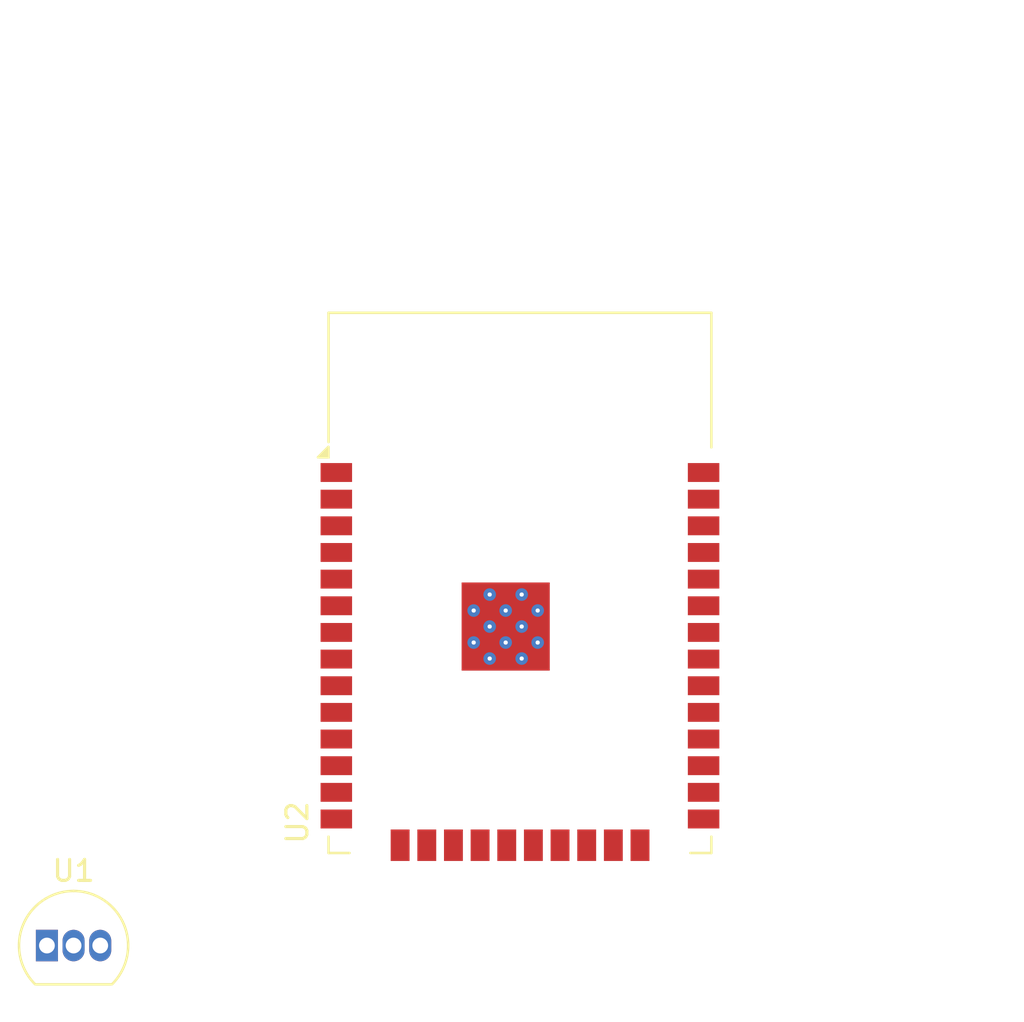
<source format=kicad_pcb>
(kicad_pcb (version 20241229) (generator "pcbnew") (generator_version "9.0")
  (layers (0 "F.Cu" signal) (2 "B.Cu" signal) (13 "F.Paste" user) (15 "B.Paste" user) (5 "F.SilkS" user "F.Silkscreen") (7 "B.SilkS" user "B.Silkscreen") (1 "F.Mask" user) (3 "B.Mask" user) (25 "Edge.Cuts" user))
  (net 0 "")
  (net 1 "Net-(U1-DQ)")
  (net 2 "VCC")
  (net 3 "GND")
  (net 7 "Net-(U2-GND-Pad1)")
  (net 11 "Net-(J1-Pin_2)")
  (footprint "Package_TO_SOT_THT:TO-92_Inline" (layer "F.Cu") (at 142.71 96.53)
    (property "Reference" "U1" (at 1.27 -3.56 0) (layer "F.SilkS"))
    (property "Value" "DS18B20")
    (fp_line (start -0.53 1.85) (end 3.07 1.85) (stroke (width 0.12)) (layer "F.SilkS"))
    (fp_arc (start -0.568478 1.838478) (mid -1.132087 -0.994977) (end 1.27 -2.6) (stroke (width 0.12)) (layer "F.SilkS"))
    (fp_arc (start 1.27 -2.6) (mid 3.672087 -0.994977) (end 3.108478 1.838478) (stroke (width 0.12)) (layer "F.SilkS"))
    (pad "1" thru_hole rect (at 0 0) (size 1.05 1.5) (drill 0.75) (layers "*.Cu" "*.Mask") (net 3 "GND"))
    (pad "2" thru_hole oval (at 1.27 0) (size 1.05 1.5) (drill 0.75) (layers "*.Cu" "*.Mask") (net 1 "Net-(U1-DQ)"))
    (pad "3" thru_hole oval (at 2.54 0) (size 1.05 1.5) (drill 0.75) (layers "*.Cu" "*.Mask") (net 2 "VCC"))
  )
  (footprint "RF_Module:ESP32-WROOM-32" (layer "F.Cu") (at 165.25 82.24)
    (property "Reference" "U2" (at -10.61 8.43 90) (layer "F.SilkS"))
    (property "Value" "ESP32-WROOM-32")
    (fp_line (start -9.12 -15.86) (end -9.12 -9.7) (stroke (width 0.12)) (layer "F.SilkS"))
    (fp_line (start -9.12 -15.86) (end 9.12 -15.86) (stroke (width 0.12)) (layer "F.SilkS"))
    (fp_line (start -9.12 9.1) (end -9.12 9.88) (stroke (width 0.12)) (layer "F.SilkS"))
    (fp_line (start -9.12 9.88) (end -8.12 9.88) (stroke (width 0.12)) (layer "F.SilkS"))
    (fp_line (start 9.12 -15.86) (end 9.12 -9.445) (stroke (width 0.12)) (layer "F.SilkS"))
    (fp_line (start 9.12 9.1) (end 9.12 9.88) (stroke (width 0.12)) (layer "F.SilkS"))
    (fp_line (start 9.12 9.88) (end 8.12 9.88) (stroke (width 0.12)) (layer "F.SilkS"))
    (fp_poly (pts (xy -9.125 -8.975) (xy -9.625 -8.975) (xy -9.125 -9.475) (xy -9.125 -8.975)) (stroke (width 0.12)) (fill yes) (layer "F.SilkS"))
    (pad "1" smd rect (at -8.75 -8.25) (size 1.5 0.9) (layers "F.Cu" "F.Mask" "F.Paste") (net 7 "Net-(U2-GND-Pad1)"))
    (pad "2" smd rect (at -8.75 -6.98) (size 1.5 0.9) (layers "F.Cu" "F.Mask" "F.Paste"))
    (pad "3" smd rect (at -8.75 -5.71) (size 1.5 0.9) (layers "F.Cu" "F.Mask" "F.Paste"))
    (pad "4" smd rect (at -8.75 -4.44) (size 1.5 0.9) (layers "F.Cu" "F.Mask" "F.Paste"))
    (pad "5" smd rect (at -8.75 -3.17) (size 1.5 0.9) (layers "F.Cu" "F.Mask" "F.Paste"))
    (pad "6" smd rect (at -8.75 -1.9) (size 1.5 0.9) (layers "F.Cu" "F.Mask" "F.Paste"))
    (pad "7" smd rect (at -8.75 -0.63) (size 1.5 0.9) (layers "F.Cu" "F.Mask" "F.Paste"))
    (pad "8" smd rect (at -8.75 0.64) (size 1.5 0.9) (layers "F.Cu" "F.Mask" "F.Paste"))
    (pad "9" smd rect (at -8.75 1.91) (size 1.5 0.9) (layers "F.Cu" "F.Mask" "F.Paste"))
    (pad "10" smd rect (at -8.75 3.18) (size 1.5 0.9) (layers "F.Cu" "F.Mask" "F.Paste"))
    (pad "11" smd rect (at -8.75 4.45) (size 1.5 0.9) (layers "F.Cu" "F.Mask" "F.Paste"))
    (pad "12" smd rect (at -8.75 5.72) (size 1.5 0.9) (layers "F.Cu" "F.Mask" "F.Paste"))
    (pad "13" smd rect (at -8.75 6.99) (size 1.5 0.9) (layers "F.Cu" "F.Mask" "F.Paste") (net 11 "Net-(J1-Pin_2)"))
    (pad "14" smd rect (at -8.75 8.26) (size 1.5 0.9) (layers "F.Cu" "F.Mask" "F.Paste") (net 1 "Net-(U1-DQ)"))
    (pad "15" smd rect (at -5.71 9.51 90) (size 1.5 0.9) (layers "F.Cu" "F.Mask" "F.Paste") (net 7 "Net-(U2-GND-Pad1)"))
    (pad "16" smd rect (at -4.44 9.51 90) (size 1.5 0.9) (layers "F.Cu" "F.Mask" "F.Paste"))
    (pad "17" smd rect (at -3.17 9.51 90) (size 1.5 0.9) (layers "F.Cu" "F.Mask" "F.Paste"))
    (pad "18" smd rect (at -1.9 9.51 90) (size 1.5 0.9) (layers "F.Cu" "F.Mask" "F.Paste"))
    (pad "19" smd rect (at -0.63 9.51 90) (size 1.5 0.9) (layers "F.Cu" "F.Mask" "F.Paste"))
    (pad "20" smd rect (at 0.64 9.51 90) (size 1.5 0.9) (layers "F.Cu" "F.Mask" "F.Paste"))
    (pad "21" smd rect (at 1.91 9.51 90) (size 1.5 0.9) (layers "F.Cu" "F.Mask" "F.Paste"))
    (pad "22" smd rect (at 3.18 9.51 90) (size 1.5 0.9) (layers "F.Cu" "F.Mask" "F.Paste"))
    (pad "23" smd rect (at 4.45 9.51 90) (size 1.5 0.9) (layers "F.Cu" "F.Mask" "F.Paste"))
    (pad "24" smd rect (at 5.72 9.51 90) (size 1.5 0.9) (layers "F.Cu" "F.Mask" "F.Paste"))
    (pad "25" smd rect (at 8.75 8.26) (size 1.5 0.9) (layers "F.Cu" "F.Mask" "F.Paste"))
    (pad "26" smd rect (at 8.75 6.99) (size 1.5 0.9) (layers "F.Cu" "F.Mask" "F.Paste"))
    (pad "27" smd rect (at 8.75 5.72) (size 1.5 0.9) (layers "F.Cu" "F.Mask" "F.Paste"))
    (pad "28" smd rect (at 8.75 4.45) (size 1.5 0.9) (layers "F.Cu" "F.Mask" "F.Paste"))
    (pad "29" smd rect (at 8.75 3.18) (size 1.5 0.9) (layers "F.Cu" "F.Mask" "F.Paste"))
    (pad "30" smd rect (at 8.75 1.91) (size 1.5 0.9) (layers "F.Cu" "F.Mask" "F.Paste"))
    (pad "31" smd rect (at 8.75 0.64) (size 1.5 0.9) (layers "F.Cu" "F.Mask" "F.Paste"))
    (pad "32" smd rect (at 8.75 -0.63) (size 1.5 0.9) (layers "F.Cu" "F.Mask" "F.Paste"))
    (pad "33" smd rect (at 8.75 -1.9) (size 1.5 0.9) (layers "F.Cu" "F.Mask" "F.Paste"))
    (pad "34" smd rect (at 8.75 -3.17) (size 1.5 0.9) (layers "F.Cu" "F.Mask" "F.Paste"))
    (pad "35" smd rect (at 8.75 -4.44) (size 1.5 0.9) (layers "F.Cu" "F.Mask" "F.Paste"))
    (pad "36" smd rect (at 8.75 -5.71) (size 1.5 0.9) (layers "F.Cu" "F.Mask" "F.Paste"))
    (pad "37" smd rect (at 8.75 -6.98) (size 1.5 0.9) (layers "F.Cu" "F.Mask" "F.Paste"))
    (pad "38" smd rect (at 8.75 -8.25) (size 1.5 0.9) (layers "F.Cu" "F.Mask" "F.Paste") (net 7 "Net-(U2-GND-Pad1)"))
    (pad "39" smd rect (at -2.205 -2.435) (size 1.05 1.05) (layers "F.Cu" "F.Paste") (net 7 "Net-(U2-GND-Pad1)"))
    (pad "39" thru_hole circle (at -2.205 -1.6725) (size 0.6 0.6) (drill 0.2) (property pad_prop_heatsink) (layers "*.Cu" "F.Mask") (net 7 "Net-(U2-GND-Pad1)"))
    (pad "39" smd rect (at -2.205 -0.91) (size 1.05 1.05) (layers "F.Cu" "F.Paste") (net 7 "Net-(U2-GND-Pad1)"))
    (pad "39" thru_hole circle (at -2.205 -0.1475) (size 0.6 0.6) (drill 0.2) (property pad_prop_heatsink) (layers "*.Cu" "F.Mask") (net 7 "Net-(U2-GND-Pad1)"))
    (pad "39" smd rect (at -2.205 0.615) (size 1.05 1.05) (layers "F.Cu" "F.Paste") (net 7 "Net-(U2-GND-Pad1)"))
    (pad "39" thru_hole circle (at -1.4425 -2.435) (size 0.6 0.6) (drill 0.2) (property pad_prop_heatsink) (layers "*.Cu" "F.Mask") (net 7 "Net-(U2-GND-Pad1)"))
    (pad "39" thru_hole circle (at -1.4425 -0.91) (size 0.6 0.6) (drill 0.2) (property pad_prop_heatsink) (layers "*.Cu" "F.Mask") (net 7 "Net-(U2-GND-Pad1)"))
    (pad "39" thru_hole circle (at -1.4425 0.615) (size 0.6 0.6) (drill 0.2) (property pad_prop_heatsink) (layers "*.Cu" "F.Mask") (net 7 "Net-(U2-GND-Pad1)"))
    (pad "39" smd rect (at -0.68 -2.435) (size 1.05 1.05) (layers "F.Cu" "F.Paste") (net 7 "Net-(U2-GND-Pad1)"))
    (pad "39" thru_hole circle (at -0.68 -1.6725) (size 0.6 0.6) (drill 0.2) (property pad_prop_heatsink) (layers "*.Cu" "F.Mask") (net 7 "Net-(U2-GND-Pad1)"))
    (pad "39" smd rect (at -0.68 -0.91) (size 1.05 1.05) (layers "F.Cu" "F.Paste") (net 7 "Net-(U2-GND-Pad1)"))
    (pad "39" smd rect (at -0.68 -0.91) (size 4.2 4.2) (property pad_prop_heatsink) (layers "F.Cu" "F.Mask") (net 7 "Net-(U2-GND-Pad1)"))
    (pad "39" thru_hole circle (at -0.68 -0.1475) (size 0.6 0.6) (drill 0.2) (property pad_prop_heatsink) (layers "*.Cu" "F.Mask") (net 7 "Net-(U2-GND-Pad1)"))
    (pad "39" smd rect (at -0.68 0.615) (size 1.05 1.05) (layers "F.Cu" "F.Paste") (net 7 "Net-(U2-GND-Pad1)"))
    (pad "39" thru_hole circle (at 0.0825 -2.435) (size 0.6 0.6) (drill 0.2) (property pad_prop_heatsink) (layers "*.Cu" "F.Mask") (net 7 "Net-(U2-GND-Pad1)"))
    (pad "39" thru_hole circle (at 0.0825 -0.91) (size 0.6 0.6) (drill 0.2) (property pad_prop_heatsink) (layers "*.Cu" "F.Mask") (net 7 "Net-(U2-GND-Pad1)"))
    (pad "39" thru_hole circle (at 0.0825 0.615) (size 0.6 0.6) (drill 0.2) (property pad_prop_heatsink) (layers "*.Cu" "F.Mask") (net 7 "Net-(U2-GND-Pad1)"))
    (pad "39" smd rect (at 0.845 -2.435) (size 1.05 1.05) (layers "F.Cu" "F.Paste") (net 7 "Net-(U2-GND-Pad1)"))
    (pad "39" thru_hole circle (at 0.845 -1.6725) (size 0.6 0.6) (drill 0.2) (property pad_prop_heatsink) (layers "*.Cu" "F.Mask") (net 7 "Net-(U2-GND-Pad1)"))
    (pad "39" smd rect (at 0.845 -0.91) (size 1.05 1.05) (layers "F.Cu" "F.Paste") (net 7 "Net-(U2-GND-Pad1)"))
    (pad "39" thru_hole circle (at 0.845 -0.1475) (size 0.6 0.6) (drill 0.2) (property pad_prop_heatsink) (layers "*.Cu" "F.Mask") (net 7 "Net-(U2-GND-Pad1)"))
    (pad "39" smd rect (at 0.845 0.615) (size 1.05 1.05) (layers "F.Cu" "F.Paste") (net 7 "Net-(U2-GND-Pad1)"))
  )
)
</source>
